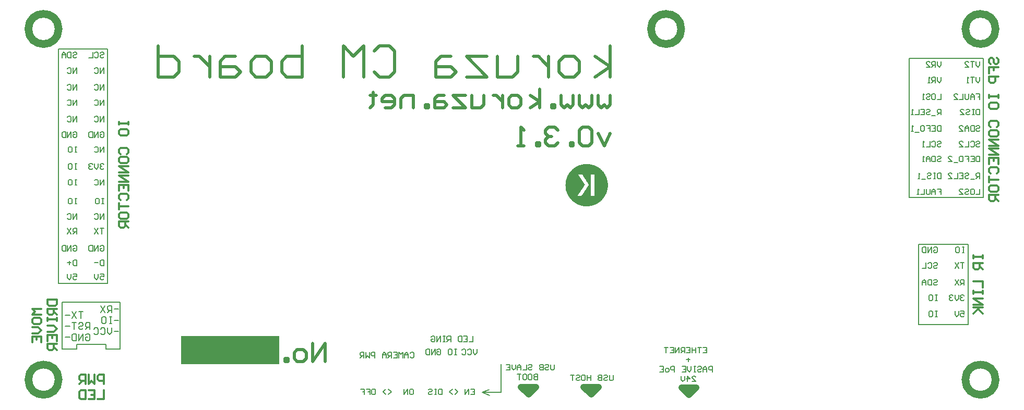
<source format=gbo>
G04 Layer_Color=32896*
%FSAX25Y25*%
%MOIN*%
G70*
G01*
G75*
%ADD48C,0.03937*%
%ADD49C,0.01969*%
%ADD52C,0.01181*%
%ADD105C,0.05118*%
%ADD107C,0.00787*%
%ADD111C,0.00100*%
%ADD160R,0.62750X0.18000*%
D48*
X1007748Y0116295D02*
X1017248D01*
X1012498Y0111545D02*
X1017248Y0116295D01*
X1007748D02*
X1012498Y0111545D01*
X0945248Y0116545D02*
X0949998Y0111795D01*
X0954748Y0116545D01*
X0945248D02*
X0954748D01*
X0905248D02*
X0914748D01*
X0909998Y0111795D02*
X0914748Y0116545D01*
X0905248D02*
X0909998Y0111795D01*
D49*
X0779998Y0132795D02*
Y0144602D01*
X0772126Y0132795D01*
Y0144602D01*
X0766223Y0132795D02*
X0762287D01*
X0760319Y0134763D01*
Y0138699D01*
X0762287Y0140667D01*
X0766223D01*
X0768191Y0138699D01*
Y0134763D01*
X0766223Y0132795D01*
X0756384D02*
Y0134763D01*
X0754416D01*
Y0132795D01*
X0756384D01*
X0962248Y0315045D02*
Y0334724D01*
Y0321605D02*
X0952409Y0328164D01*
X0962248Y0321605D02*
X0952409Y0315045D01*
X0939289D02*
X0932730D01*
X0929450Y0318325D01*
Y0324885D01*
X0932730Y0328164D01*
X0939289D01*
X0942569Y0324885D01*
Y0318325D01*
X0939289Y0315045D01*
X0922891Y0328164D02*
Y0315045D01*
Y0321605D01*
X0919611Y0324885D01*
X0916331Y0328164D01*
X0913051D01*
X0903212D02*
Y0318325D01*
X0899932Y0315045D01*
X0890093D01*
Y0328164D01*
X0883533D02*
X0870414D01*
X0883533Y0315045D01*
X0870414D01*
X0860575Y0328164D02*
X0854015D01*
X0850735Y0324885D01*
Y0315045D01*
X0860575D01*
X0863855Y0318325D01*
X0860575Y0321605D01*
X0850735D01*
X0811378Y0331444D02*
X0814658Y0334724D01*
X0821218D01*
X0824497Y0331444D01*
Y0318325D01*
X0821218Y0315045D01*
X0814658D01*
X0811378Y0318325D01*
X0804819Y0315045D02*
Y0334724D01*
X0798259Y0328164D01*
X0791699Y0334724D01*
Y0315045D01*
X0765461Y0334724D02*
Y0315045D01*
X0755622D01*
X0752342Y0318325D01*
Y0321605D01*
Y0324885D01*
X0755622Y0328164D01*
X0765461D01*
X0742503Y0315045D02*
X0735943D01*
X0732663Y0318325D01*
Y0324885D01*
X0735943Y0328164D01*
X0742503D01*
X0745783Y0324885D01*
Y0318325D01*
X0742503Y0315045D01*
X0722824Y0328164D02*
X0716264D01*
X0712985Y0324885D01*
Y0315045D01*
X0722824D01*
X0726104Y0318325D01*
X0722824Y0321605D01*
X0712985D01*
X0706425Y0328164D02*
Y0315045D01*
Y0321605D01*
X0703145Y0324885D01*
X0699866Y0328164D01*
X0696586D01*
X0673627Y0334724D02*
Y0315045D01*
X0683467D01*
X0686747Y0318325D01*
Y0324885D01*
X0683467Y0328164D01*
X0673627D01*
X0962248Y0303167D02*
Y0297263D01*
X0960280Y0295295D01*
X0958312Y0297263D01*
X0956344Y0295295D01*
X0954377Y0297263D01*
Y0303167D01*
X0950441D02*
Y0297263D01*
X0948473Y0295295D01*
X0946505Y0297263D01*
X0944537Y0295295D01*
X0942569Y0297263D01*
Y0303167D01*
X0938634D02*
Y0297263D01*
X0936666Y0295295D01*
X0934698Y0297263D01*
X0932730Y0295295D01*
X0930762Y0297263D01*
Y0303167D01*
X0926826Y0295295D02*
Y0297263D01*
X0924858D01*
Y0295295D01*
X0926826D01*
X0916987D02*
Y0307102D01*
Y0299231D02*
X0911084Y0303167D01*
X0916987Y0299231D02*
X0911084Y0295295D01*
X0903212D02*
X0899276D01*
X0897308Y0297263D01*
Y0301199D01*
X0899276Y0303167D01*
X0903212D01*
X0905180Y0301199D01*
Y0297263D01*
X0903212Y0295295D01*
X0893373Y0303167D02*
Y0295295D01*
Y0299231D01*
X0891405Y0301199D01*
X0889437Y0303167D01*
X0887469D01*
X0881565D02*
Y0297263D01*
X0879598Y0295295D01*
X0873694D01*
Y0303167D01*
X0869758D02*
X0861887D01*
X0869758Y0295295D01*
X0861887D01*
X0855983Y0303167D02*
X0852048D01*
X0850080Y0301199D01*
Y0295295D01*
X0855983D01*
X0857951Y0297263D01*
X0855983Y0299231D01*
X0850080D01*
X0846144Y0295295D02*
Y0297263D01*
X0844176D01*
Y0295295D01*
X0846144D01*
X0836304D02*
Y0303167D01*
X0830401D01*
X0828433Y0301199D01*
Y0295295D01*
X0818594D02*
X0822529D01*
X0824497Y0297263D01*
Y0301199D01*
X0822529Y0303167D01*
X0818594D01*
X0816626Y0301199D01*
Y0299231D01*
X0824497D01*
X0810722Y0305135D02*
Y0303167D01*
X0812690D01*
X0808754D01*
X0810722D01*
Y0297263D01*
X0808754Y0295295D01*
X0962248Y0278917D02*
X0958312Y0271045D01*
X0954377Y0278917D01*
X0950441Y0280885D02*
X0948473Y0282852D01*
X0944537D01*
X0942569Y0280885D01*
Y0273013D01*
X0944537Y0271045D01*
X0948473D01*
X0950441Y0273013D01*
Y0280885D01*
X0938634Y0271045D02*
Y0273013D01*
X0936666D01*
Y0271045D01*
X0938634D01*
X0928794Y0280885D02*
X0926826Y0282852D01*
X0922891D01*
X0920923Y0280885D01*
Y0278917D01*
X0922891Y0276949D01*
X0924858D01*
X0922891D01*
X0920923Y0274981D01*
Y0273013D01*
X0922891Y0271045D01*
X0926826D01*
X0928794Y0273013D01*
X0916987Y0271045D02*
Y0273013D01*
X0915019D01*
Y0271045D01*
X0916987D01*
X0907148D02*
X0903212D01*
X0905180D01*
Y0282852D01*
X0907148Y0280885D01*
D52*
X0638817Y0118645D02*
Y0124549D01*
X0635865D01*
X0634881Y0123565D01*
Y0121597D01*
X0635865Y0120613D01*
X0638817D01*
X0632913Y0124549D02*
Y0118645D01*
X0630945Y0120613D01*
X0628978Y0118645D01*
Y0124549D01*
X0627010Y0118645D02*
Y0124549D01*
X0624058D01*
X0623074Y0123565D01*
Y0121597D01*
X0624058Y0120613D01*
X0627010D01*
X0625042D02*
X0623074Y0118645D01*
X0638817Y0114630D02*
Y0108726D01*
X0634881D01*
X0628978Y0114630D02*
X0632913D01*
Y0108726D01*
X0628978D01*
X0632913Y0111678D02*
X0630945D01*
X0627010Y0114630D02*
Y0108726D01*
X0624058D01*
X0623074Y0109710D01*
Y0113646D01*
X0624058Y0114630D01*
X0627010D01*
X0598898Y0166710D02*
X0592994D01*
X0594962Y0164743D01*
X0592994Y0162775D01*
X0598898D01*
X0592994Y0157855D02*
Y0159823D01*
X0593978Y0160807D01*
X0597914D01*
X0598898Y0159823D01*
Y0157855D01*
X0597914Y0156871D01*
X0593978D01*
X0592994Y0157855D01*
Y0154903D02*
X0596930D01*
X0598898Y0152936D01*
X0596930Y0150968D01*
X0592994D01*
Y0145064D02*
Y0149000D01*
X0598898D01*
Y0145064D01*
X0595946Y0149000D02*
Y0147032D01*
X0602913Y0172614D02*
X0608817D01*
Y0169662D01*
X0607833Y0168678D01*
X0603897D01*
X0602913Y0169662D01*
Y0172614D01*
X0608817Y0166710D02*
X0602913D01*
Y0163759D01*
X0603897Y0162775D01*
X0605865D01*
X0606849Y0163759D01*
Y0166710D01*
Y0164743D02*
X0608817Y0162775D01*
X0602913Y0160807D02*
Y0158839D01*
Y0159823D01*
X0608817D01*
Y0160807D01*
Y0158839D01*
X0602913Y0155887D02*
X0606849D01*
X0608817Y0153919D01*
X0606849Y0151952D01*
X0602913D01*
Y0146048D02*
Y0149984D01*
X0608817D01*
Y0146048D01*
X0605865Y0149984D02*
Y0148016D01*
X0608817Y0144080D02*
X0602913D01*
Y0141128D01*
X0603897Y0140144D01*
X0605865D01*
X0606849Y0141128D01*
Y0144080D01*
Y0142112D02*
X0608817Y0140144D01*
X0648413Y0286364D02*
Y0284396D01*
Y0285380D01*
X0654317D01*
Y0286364D01*
Y0284396D01*
X0648413Y0278493D02*
Y0280461D01*
X0649397Y0281445D01*
X0653333D01*
X0654317Y0280461D01*
Y0278493D01*
X0653333Y0277509D01*
X0649397D01*
X0648413Y0278493D01*
X0649397Y0265702D02*
X0648413Y0266686D01*
Y0268653D01*
X0649397Y0269637D01*
X0653333D01*
X0654317Y0268653D01*
Y0266686D01*
X0653333Y0265702D01*
X0648413Y0260782D02*
Y0262750D01*
X0649397Y0263734D01*
X0653333D01*
X0654317Y0262750D01*
Y0260782D01*
X0653333Y0259798D01*
X0649397D01*
X0648413Y0260782D01*
X0654317Y0257830D02*
X0648413D01*
X0654317Y0253894D01*
X0648413D01*
X0654317Y0251926D02*
X0648413D01*
X0654317Y0247991D01*
X0648413D01*
Y0242087D02*
Y0246023D01*
X0654317D01*
Y0242087D01*
X0651365Y0246023D02*
Y0244055D01*
X0649397Y0236184D02*
X0648413Y0237168D01*
Y0239135D01*
X0649397Y0240119D01*
X0653333D01*
X0654317Y0239135D01*
Y0237168D01*
X0653333Y0236184D01*
X0648413Y0234216D02*
Y0230280D01*
Y0232248D01*
X0654317D01*
X0648413Y0225360D02*
Y0227328D01*
X0649397Y0228312D01*
X0653333D01*
X0654317Y0227328D01*
Y0225360D01*
X0653333Y0224376D01*
X0649397D01*
X0648413Y0225360D01*
X0654317Y0222409D02*
X0648413D01*
Y0219457D01*
X0649397Y0218473D01*
X0651365D01*
X0652349Y0219457D01*
Y0222409D01*
Y0220441D02*
X0654317Y0218473D01*
X1205147Y0323178D02*
X1204163Y0324162D01*
Y0326130D01*
X1205147Y0327114D01*
X1206131D01*
X1207115Y0326130D01*
Y0324162D01*
X1208099Y0323178D01*
X1209083D01*
X1210067Y0324162D01*
Y0326130D01*
X1209083Y0327114D01*
X1204163Y0317275D02*
Y0321211D01*
X1207115D01*
Y0319243D01*
Y0321211D01*
X1210067D01*
Y0315307D02*
X1204163D01*
Y0312355D01*
X1205147Y0311371D01*
X1207115D01*
X1208099Y0312355D01*
Y0315307D01*
X1204163Y0303500D02*
Y0301532D01*
Y0302516D01*
X1210067D01*
Y0303500D01*
Y0301532D01*
X1204163Y0295628D02*
Y0297596D01*
X1205147Y0298580D01*
X1209083D01*
X1210067Y0297596D01*
Y0295628D01*
X1209083Y0294644D01*
X1205147D01*
X1204163Y0295628D01*
X1205147Y0282837D02*
X1204163Y0283821D01*
Y0285789D01*
X1205147Y0286773D01*
X1209083D01*
X1210067Y0285789D01*
Y0283821D01*
X1209083Y0282837D01*
X1204163Y0277918D02*
Y0279885D01*
X1205147Y0280869D01*
X1209083D01*
X1210067Y0279885D01*
Y0277918D01*
X1209083Y0276934D01*
X1205147D01*
X1204163Y0277918D01*
X1210067Y0274966D02*
X1204163D01*
X1210067Y0271030D01*
X1204163D01*
X1210067Y0269062D02*
X1204163D01*
X1210067Y0265126D01*
X1204163D01*
Y0259223D02*
Y0263158D01*
X1210067D01*
Y0259223D01*
X1207115Y0263158D02*
Y0261191D01*
X1205147Y0253319D02*
X1204163Y0254303D01*
Y0256271D01*
X1205147Y0257255D01*
X1209083D01*
X1210067Y0256271D01*
Y0254303D01*
X1209083Y0253319D01*
X1204163Y0251351D02*
Y0247415D01*
Y0249383D01*
X1210067D01*
X1204163Y0242496D02*
Y0244464D01*
X1205147Y0245448D01*
X1209083D01*
X1210067Y0244464D01*
Y0242496D01*
X1209083Y0241512D01*
X1205147D01*
X1204163Y0242496D01*
X1210067Y0239544D02*
X1204163D01*
Y0236592D01*
X1205147Y0235608D01*
X1207115D01*
X1208099Y0236592D01*
Y0239544D01*
Y0237576D02*
X1210067Y0235608D01*
X1194163Y0200864D02*
Y0198896D01*
Y0199880D01*
X1200067D01*
Y0200864D01*
Y0198896D01*
Y0195944D02*
X1194163D01*
Y0192993D01*
X1195147Y0192009D01*
X1197115D01*
X1198099Y0192993D01*
Y0195944D01*
Y0193977D02*
X1200067Y0192009D01*
X1194163Y0184137D02*
X1200067D01*
Y0180201D01*
X1194163Y0178234D02*
Y0176266D01*
Y0177250D01*
X1200067D01*
Y0178234D01*
Y0176266D01*
Y0173314D02*
X1194163D01*
X1200067Y0169378D01*
X1194163D01*
Y0167410D02*
X1200067D01*
X1198099D01*
X1194163Y0163475D01*
X1197115Y0166427D01*
X1200067Y0163475D01*
D105*
X0609894Y0345705D02*
G03*
X0609894Y0345705I-0009646J0000000D01*
G01*
X1007532Y0345705D02*
G03*
X1007532Y0345705I-0009646J0000000D01*
G01*
X1208319Y0345705D02*
G03*
X1208319Y0345705I-0009646J0000000D01*
G01*
Y0121295D02*
G03*
X1208319Y0121295I-0009646J0000000D01*
G01*
X0609894D02*
G03*
X0609894Y0121295I-0009646J0000000D01*
G01*
D107*
X0612248Y0170795D02*
X0649248D01*
X0612248Y0140795D02*
Y0170795D01*
X0624498Y0143795D02*
X0636998D01*
X0649248Y0140795D02*
Y0170795D01*
X0612248Y0140795D02*
X0621498D01*
X0639998D02*
X0649248D01*
X0621498D02*
Y0143795D01*
X0624498D01*
X0636998D02*
X0639998D01*
Y0140795D02*
Y0143795D01*
X0609748Y0332795D02*
X0641248D01*
Y0183045D02*
Y0332795D01*
X0609748Y0183045D02*
X0641248D01*
X0609748D02*
Y0332795D01*
X0880748Y0113295D02*
X0892498D01*
X0880587Y0113225D02*
X0884748Y0115045D01*
X0880587Y0113225D02*
X0884998Y0111295D01*
X1152998Y0326795D02*
X1200498D01*
Y0237795D02*
Y0326795D01*
X1152998Y0237795D02*
X1200498D01*
X1152998D02*
Y0326795D01*
X1159248Y0208045D02*
X1190748D01*
Y0156545D02*
Y0208045D01*
X1159248Y0156545D02*
X1190748D01*
X1159248D02*
Y0208045D01*
X0892498Y0113295D02*
Y0131295D01*
X0625631Y0164832D02*
X0622745D01*
X0624188D01*
Y0160503D01*
X0621302Y0164832D02*
X0618416Y0160503D01*
Y0164832D02*
X0621302Y0160503D01*
X0616973Y0162667D02*
X0614086D01*
X0629961Y0153418D02*
Y0157747D01*
X0627796D01*
X0627074Y0157025D01*
Y0155582D01*
X0627796Y0154861D01*
X0629961D01*
X0628517D02*
X0627074Y0153418D01*
X0622745Y0157025D02*
X0623467Y0157747D01*
X0624910D01*
X0625631Y0157025D01*
Y0156304D01*
X0624910Y0155582D01*
X0623467D01*
X0622745Y0154861D01*
Y0154139D01*
X0623467Y0153418D01*
X0624910D01*
X0625631Y0154139D01*
X0621302Y0157747D02*
X0618416D01*
X0619859D01*
Y0153418D01*
X0616973Y0155582D02*
X0614086D01*
X0627074Y0149940D02*
X0627796Y0150662D01*
X0629239D01*
X0629961Y0149940D01*
Y0147054D01*
X0629239Y0146333D01*
X0627796D01*
X0627074Y0147054D01*
Y0148497D01*
X0628517D01*
X0625631Y0146333D02*
Y0150662D01*
X0622745Y0146333D01*
Y0150662D01*
X0621302D02*
Y0146333D01*
X0619137D01*
X0618416Y0147054D01*
Y0149940D01*
X0619137Y0150662D01*
X0621302D01*
X0616973Y0148497D02*
X0614086D01*
X0648211Y0166417D02*
X0645324D01*
X0643881Y0164252D02*
Y0168582D01*
X0641717D01*
X0640995Y0167860D01*
Y0166417D01*
X0641717Y0165696D01*
X0643881D01*
X0642438D02*
X0640995Y0164252D01*
X0639552Y0168582D02*
X0636666Y0164252D01*
Y0168582D02*
X0639552Y0164252D01*
X0648211Y0159332D02*
X0645324D01*
X0643881Y0161497D02*
X0642438D01*
X0643160D01*
Y0157168D01*
X0643881D01*
X0642438D01*
X0638109Y0161497D02*
X0639552D01*
X0640274Y0160775D01*
Y0157889D01*
X0639552Y0157168D01*
X0638109D01*
X0637387Y0157889D01*
Y0160775D01*
X0638109Y0161497D01*
X0648211Y0152247D02*
X0645324D01*
X0643881Y0154412D02*
Y0151526D01*
X0642438Y0150083D01*
X0640995Y0151526D01*
Y0154412D01*
X0636666Y0153690D02*
X0637387Y0154412D01*
X0638830D01*
X0639552Y0153690D01*
Y0150804D01*
X0638830Y0150083D01*
X0637387D01*
X0636666Y0150804D01*
X0632337Y0153690D02*
X0633058Y0154412D01*
X0634501D01*
X0635223Y0153690D01*
Y0150804D01*
X0634501Y0150083D01*
X0633058D01*
X0632337Y0150804D01*
X0926461Y0131015D02*
Y0128063D01*
X0925870Y0127473D01*
X0924689D01*
X0924099Y0128063D01*
Y0131015D01*
X0920557Y0130425D02*
X0921147Y0131015D01*
X0922328D01*
X0922918Y0130425D01*
Y0129834D01*
X0922328Y0129244D01*
X0921147D01*
X0920557Y0128654D01*
Y0128063D01*
X0921147Y0127473D01*
X0922328D01*
X0922918Y0128063D01*
X0919376Y0131015D02*
Y0127473D01*
X0917605D01*
X0917015Y0128063D01*
Y0128654D01*
X0917605Y0129244D01*
X0919376D01*
X0917605D01*
X0917015Y0129834D01*
Y0130425D01*
X0917605Y0131015D01*
X0919376D01*
X0909931Y0130425D02*
X0910521Y0131015D01*
X0911702D01*
X0912292Y0130425D01*
Y0129834D01*
X0911702Y0129244D01*
X0910521D01*
X0909931Y0128654D01*
Y0128063D01*
X0910521Y0127473D01*
X0911702D01*
X0912292Y0128063D01*
X0908750Y0131015D02*
Y0127473D01*
X0906388D01*
X0905208D02*
Y0129834D01*
X0904027Y0131015D01*
X0902846Y0129834D01*
Y0127473D01*
Y0129244D01*
X0905208D01*
X0901665Y0131015D02*
Y0128654D01*
X0900485Y0127473D01*
X0899304Y0128654D01*
Y0131015D01*
X0895762D02*
X0898123D01*
Y0127473D01*
X0895762D01*
X0898123Y0129244D02*
X0896943D01*
X0915834Y0124875D02*
Y0121333D01*
X0914063D01*
X0913473Y0121923D01*
Y0122513D01*
X0914063Y0123104D01*
X0915834D01*
X0914063D01*
X0913473Y0123694D01*
Y0124284D01*
X0914063Y0124875D01*
X0915834D01*
X0910521D02*
X0911702D01*
X0912292Y0124284D01*
Y0121923D01*
X0911702Y0121333D01*
X0910521D01*
X0909931Y0121923D01*
Y0124284D01*
X0910521Y0124875D01*
X0906979D02*
X0908159D01*
X0908750Y0124284D01*
Y0121923D01*
X0908159Y0121333D01*
X0906979D01*
X0906388Y0121923D01*
Y0124284D01*
X0906979Y0124875D01*
X0905208D02*
X0902846D01*
X0904027D01*
Y0121333D01*
X1021557Y0142046D02*
X1023918D01*
Y0138504D01*
X1021557D01*
X1023918Y0140275D02*
X1022738D01*
X1020376Y0142046D02*
X1018015D01*
X1019196D01*
Y0138504D01*
X1016834Y0142046D02*
Y0138504D01*
Y0140275D01*
X1014473D01*
Y0142046D01*
Y0138504D01*
X1010931Y0142046D02*
X1013292D01*
Y0138504D01*
X1010931D01*
X1013292Y0140275D02*
X1012111D01*
X1009750Y0138504D02*
Y0142046D01*
X1007979D01*
X1007388Y0141455D01*
Y0140275D01*
X1007979Y0139684D01*
X1009750D01*
X1008569D02*
X1007388Y0138504D01*
X1006208D02*
Y0142046D01*
X1003846Y0138504D01*
Y0142046D01*
X1000304D02*
X1002666D01*
Y0138504D01*
X1000304D01*
X1002666Y0140275D02*
X1001485D01*
X0999123Y0142046D02*
X0996762D01*
X0997943D01*
Y0138504D01*
X1013292Y0134134D02*
X1010931D01*
X1012111Y0135315D02*
Y0132954D01*
X1027461Y0126223D02*
Y0129765D01*
X1025690D01*
X1025099Y0129175D01*
Y0127994D01*
X1025690Y0127404D01*
X1027461D01*
X1023918Y0126223D02*
Y0128584D01*
X1022738Y0129765D01*
X1021557Y0128584D01*
Y0126223D01*
Y0127994D01*
X1023918D01*
X1018015Y0129175D02*
X1018605Y0129765D01*
X1019786D01*
X1020376Y0129175D01*
Y0128584D01*
X1019786Y0127994D01*
X1018605D01*
X1018015Y0127404D01*
Y0126813D01*
X1018605Y0126223D01*
X1019786D01*
X1020376Y0126813D01*
X1016834Y0129765D02*
X1015653D01*
X1016244D01*
Y0126223D01*
X1016834D01*
X1015653D01*
X1013882Y0129765D02*
Y0127404D01*
X1012702Y0126223D01*
X1011521Y0127404D01*
Y0129765D01*
X1007979D02*
X1010340D01*
Y0126223D01*
X1007979D01*
X1010340Y0127994D02*
X1009159D01*
X1003256Y0126223D02*
Y0129765D01*
X1001485D01*
X1000894Y0129175D01*
Y0127994D01*
X1001485Y0127404D01*
X1003256D01*
X0999123Y0126223D02*
X0997943D01*
X0997352Y0126813D01*
Y0127994D01*
X0997943Y0128584D01*
X0999123D01*
X0999714Y0127994D01*
Y0126813D01*
X0999123Y0126223D01*
X0993810Y0129765D02*
X0996171D01*
Y0126223D01*
X0993810D01*
X0996171Y0127994D02*
X0994991D01*
X1014473Y0120083D02*
X1016834D01*
X1014473Y0122444D01*
Y0123034D01*
X1015063Y0123625D01*
X1016244D01*
X1016834Y0123034D01*
X1011521Y0120083D02*
Y0123625D01*
X1013292Y0121854D01*
X1010931D01*
X1009750Y0123625D02*
Y0121263D01*
X1008569Y0120083D01*
X1007388Y0121263D01*
Y0123625D01*
X0636387Y0330247D02*
X0636977Y0330837D01*
X0638158D01*
X0638748Y0330247D01*
Y0329657D01*
X0638158Y0329066D01*
X0636977D01*
X0636387Y0328476D01*
Y0327886D01*
X0636977Y0327295D01*
X0638158D01*
X0638748Y0327886D01*
X0632844Y0330247D02*
X0633435Y0330837D01*
X0634616D01*
X0635206Y0330247D01*
Y0327886D01*
X0634616Y0327295D01*
X0633435D01*
X0632844Y0327886D01*
X0631664Y0330837D02*
Y0327295D01*
X0629302D01*
X0638748Y0317295D02*
Y0320837D01*
X0636387Y0317295D01*
Y0320837D01*
X0632844Y0320247D02*
X0633435Y0320837D01*
X0634616D01*
X0635206Y0320247D01*
Y0317886D01*
X0634616Y0317295D01*
X0633435D01*
X0632844Y0317886D01*
X0638748Y0306545D02*
Y0310087D01*
X0636387Y0306545D01*
Y0310087D01*
X0632844Y0309497D02*
X0633435Y0310087D01*
X0634616D01*
X0635206Y0309497D01*
Y0307136D01*
X0634616Y0306545D01*
X0633435D01*
X0632844Y0307136D01*
X0638748Y0296795D02*
Y0300337D01*
X0636387Y0296795D01*
Y0300337D01*
X0632844Y0299747D02*
X0633435Y0300337D01*
X0634616D01*
X0635206Y0299747D01*
Y0297386D01*
X0634616Y0296795D01*
X0633435D01*
X0632844Y0297386D01*
X0638748Y0286295D02*
Y0289837D01*
X0636387Y0286295D01*
Y0289837D01*
X0632844Y0289247D02*
X0633435Y0289837D01*
X0634616D01*
X0635206Y0289247D01*
Y0286886D01*
X0634616Y0286295D01*
X0633435D01*
X0632844Y0286886D01*
X0636387Y0279247D02*
X0636977Y0279837D01*
X0638158D01*
X0638748Y0279247D01*
Y0276886D01*
X0638158Y0276295D01*
X0636977D01*
X0636387Y0276886D01*
Y0278066D01*
X0637567D01*
X0635206Y0276295D02*
Y0279837D01*
X0632844Y0276295D01*
Y0279837D01*
X0631664D02*
Y0276295D01*
X0629893D01*
X0629302Y0276886D01*
Y0279247D01*
X0629893Y0279837D01*
X0631664D01*
X0638748Y0245795D02*
Y0249337D01*
X0636387Y0245795D01*
Y0249337D01*
X0632844Y0248747D02*
X0633435Y0249337D01*
X0634616D01*
X0635206Y0248747D01*
Y0246386D01*
X0634616Y0245795D01*
X0633435D01*
X0632844Y0246386D01*
X0638748Y0258997D02*
X0638158Y0259587D01*
X0636977D01*
X0636387Y0258997D01*
Y0258407D01*
X0636977Y0257816D01*
X0637567D01*
X0636977D01*
X0636387Y0257226D01*
Y0256636D01*
X0636977Y0256045D01*
X0638158D01*
X0638748Y0256636D01*
X0635206Y0259587D02*
Y0257226D01*
X0634025Y0256045D01*
X0632844Y0257226D01*
Y0259587D01*
X0631664Y0258997D02*
X0631073Y0259587D01*
X0629893D01*
X0629302Y0258997D01*
Y0258407D01*
X0629893Y0257816D01*
X0630483D01*
X0629893D01*
X0629302Y0257226D01*
Y0256636D01*
X0629893Y0256045D01*
X0631073D01*
X0631664Y0256636D01*
X0638748Y0237337D02*
X0637567D01*
X0638158D01*
Y0233795D01*
X0638748D01*
X0637567D01*
X0634025Y0237337D02*
X0635206D01*
X0635796Y0236747D01*
Y0234386D01*
X0635206Y0233795D01*
X0634025D01*
X0633435Y0234386D01*
Y0236747D01*
X0634025Y0237337D01*
X0638748Y0224045D02*
Y0227587D01*
X0636387Y0224045D01*
Y0227587D01*
X0632844Y0226997D02*
X0633435Y0227587D01*
X0634616D01*
X0635206Y0226997D01*
Y0224636D01*
X0634616Y0224045D01*
X0633435D01*
X0632844Y0224636D01*
X0638748Y0218087D02*
X0636387D01*
X0637567D01*
Y0214545D01*
X0635206Y0218087D02*
X0632844Y0214545D01*
Y0218087D02*
X0635206Y0214545D01*
X0636387Y0206497D02*
X0636977Y0207087D01*
X0638158D01*
X0638748Y0206497D01*
Y0204136D01*
X0638158Y0203545D01*
X0636977D01*
X0636387Y0204136D01*
Y0205316D01*
X0637567D01*
X0635206Y0203545D02*
Y0207087D01*
X0632844Y0203545D01*
Y0207087D01*
X0631664D02*
Y0203545D01*
X0629893D01*
X0629302Y0204136D01*
Y0206497D01*
X0629893Y0207087D01*
X0631664D01*
X0638748Y0197837D02*
Y0194295D01*
X0636977D01*
X0636387Y0194886D01*
Y0197247D01*
X0636977Y0197837D01*
X0638748D01*
X0635206Y0196066D02*
X0632844D01*
X0636387Y0188837D02*
X0638748D01*
Y0187066D01*
X0637567Y0187657D01*
X0636977D01*
X0636387Y0187066D01*
Y0185886D01*
X0636977Y0185295D01*
X0638158D01*
X0638748Y0185886D01*
X0635206Y0188837D02*
Y0186476D01*
X0634025Y0185295D01*
X0632844Y0186476D01*
Y0188837D01*
X0638748Y0266795D02*
Y0270337D01*
X0636387Y0266795D01*
Y0270337D01*
X0632844Y0269747D02*
X0633435Y0270337D01*
X0634616D01*
X0635206Y0269747D01*
Y0267386D01*
X0634616Y0266795D01*
X0633435D01*
X0632844Y0267386D01*
X0621498Y0270337D02*
X0620317D01*
X0620908D01*
Y0266795D01*
X0621498D01*
X0620317D01*
X0616775Y0270337D02*
X0617956D01*
X0618546Y0269747D01*
Y0267386D01*
X0617956Y0266795D01*
X0616775D01*
X0616185Y0267386D01*
Y0269747D01*
X0616775Y0270337D01*
X0619137Y0188837D02*
X0621498D01*
Y0187066D01*
X0620317Y0187657D01*
X0619727D01*
X0619137Y0187066D01*
Y0185886D01*
X0619727Y0185295D01*
X0620908D01*
X0621498Y0185886D01*
X0617956Y0188837D02*
Y0186476D01*
X0616775Y0185295D01*
X0615594Y0186476D01*
Y0188837D01*
X0621498Y0197837D02*
Y0194295D01*
X0619727D01*
X0619137Y0194886D01*
Y0197247D01*
X0619727Y0197837D01*
X0621498D01*
X0617956Y0196066D02*
X0615594D01*
X0616775Y0197247D02*
Y0194886D01*
X0619137Y0206497D02*
X0619727Y0207087D01*
X0620908D01*
X0621498Y0206497D01*
Y0204136D01*
X0620908Y0203545D01*
X0619727D01*
X0619137Y0204136D01*
Y0205316D01*
X0620317D01*
X0617956Y0203545D02*
Y0207087D01*
X0615594Y0203545D01*
Y0207087D01*
X0614414D02*
Y0203545D01*
X0612643D01*
X0612052Y0204136D01*
Y0206497D01*
X0612643Y0207087D01*
X0614414D01*
X0621498Y0214545D02*
Y0218087D01*
X0619727D01*
X0619137Y0217497D01*
Y0216316D01*
X0619727Y0215726D01*
X0621498D01*
X0620317D02*
X0619137Y0214545D01*
X0617956Y0218087D02*
X0615594Y0214545D01*
Y0218087D02*
X0617956Y0214545D01*
X0621498Y0224045D02*
Y0227587D01*
X0619137Y0224045D01*
Y0227587D01*
X0615594Y0226997D02*
X0616185Y0227587D01*
X0617366D01*
X0617956Y0226997D01*
Y0224636D01*
X0617366Y0224045D01*
X0616185D01*
X0615594Y0224636D01*
X0621498Y0237337D02*
X0620317D01*
X0620908D01*
Y0233795D01*
X0621498D01*
X0620317D01*
X0616775Y0237337D02*
X0617956D01*
X0618546Y0236747D01*
Y0234386D01*
X0617956Y0233795D01*
X0616775D01*
X0616185Y0234386D01*
Y0236747D01*
X0616775Y0237337D01*
X0621498Y0259587D02*
X0620317D01*
X0620908D01*
Y0256045D01*
X0621498D01*
X0620317D01*
X0616775Y0259587D02*
X0617956D01*
X0618546Y0258997D01*
Y0256636D01*
X0617956Y0256045D01*
X0616775D01*
X0616185Y0256636D01*
Y0258997D01*
X0616775Y0259587D01*
X0621498Y0249337D02*
X0620317D01*
X0620908D01*
Y0245795D01*
X0621498D01*
X0620317D01*
X0616775Y0249337D02*
X0617956D01*
X0618546Y0248747D01*
Y0246386D01*
X0617956Y0245795D01*
X0616775D01*
X0616185Y0246386D01*
Y0248747D01*
X0616775Y0249337D01*
X0619137Y0279247D02*
X0619727Y0279837D01*
X0620908D01*
X0621498Y0279247D01*
Y0276886D01*
X0620908Y0276295D01*
X0619727D01*
X0619137Y0276886D01*
Y0278066D01*
X0620317D01*
X0617956Y0276295D02*
Y0279837D01*
X0615594Y0276295D01*
Y0279837D01*
X0614414D02*
Y0276295D01*
X0612643D01*
X0612052Y0276886D01*
Y0279247D01*
X0612643Y0279837D01*
X0614414D01*
X0621498Y0286295D02*
Y0289837D01*
X0619137Y0286295D01*
Y0289837D01*
X0615594Y0289247D02*
X0616185Y0289837D01*
X0617366D01*
X0617956Y0289247D01*
Y0286886D01*
X0617366Y0286295D01*
X0616185D01*
X0615594Y0286886D01*
X0621498Y0296795D02*
Y0300337D01*
X0619137Y0296795D01*
Y0300337D01*
X0615594Y0299747D02*
X0616185Y0300337D01*
X0617366D01*
X0617956Y0299747D01*
Y0297386D01*
X0617366Y0296795D01*
X0616185D01*
X0615594Y0297386D01*
X0621498Y0306545D02*
Y0310087D01*
X0619137Y0306545D01*
Y0310087D01*
X0615594Y0309497D02*
X0616185Y0310087D01*
X0617366D01*
X0617956Y0309497D01*
Y0307136D01*
X0617366Y0306545D01*
X0616185D01*
X0615594Y0307136D01*
X0621498Y0317295D02*
Y0320837D01*
X0619137Y0317295D01*
Y0320837D01*
X0615594Y0320247D02*
X0616185Y0320837D01*
X0617366D01*
X0617956Y0320247D01*
Y0317886D01*
X0617366Y0317295D01*
X0616185D01*
X0615594Y0317886D01*
X0619137Y0330247D02*
X0619727Y0330837D01*
X0620908D01*
X0621498Y0330247D01*
Y0329657D01*
X0620908Y0329066D01*
X0619727D01*
X0619137Y0328476D01*
Y0327886D01*
X0619727Y0327295D01*
X0620908D01*
X0621498Y0327886D01*
X0617956Y0330837D02*
Y0327295D01*
X0616185D01*
X0615594Y0327886D01*
Y0330247D01*
X0616185Y0330837D01*
X0617956D01*
X0614414Y0327295D02*
Y0329657D01*
X0613233Y0330837D01*
X0612052Y0329657D01*
Y0327295D01*
Y0329066D01*
X0614414D01*
X0834387Y0138247D02*
X0834977Y0138837D01*
X0836158D01*
X0836748Y0138247D01*
Y0135886D01*
X0836158Y0135295D01*
X0834977D01*
X0834387Y0135886D01*
X0833206Y0135295D02*
Y0137657D01*
X0832025Y0138837D01*
X0830844Y0137657D01*
Y0135295D01*
Y0137066D01*
X0833206D01*
X0829664Y0135295D02*
Y0138837D01*
X0828483Y0137657D01*
X0827302Y0138837D01*
Y0135295D01*
X0823760Y0138837D02*
X0826122D01*
Y0135295D01*
X0823760D01*
X0826122Y0137066D02*
X0824941D01*
X0822579Y0135295D02*
Y0138837D01*
X0820808D01*
X0820218Y0138247D01*
Y0137066D01*
X0820808Y0136476D01*
X0822579D01*
X0821399D02*
X0820218Y0135295D01*
X0819037D02*
Y0137657D01*
X0817857Y0138837D01*
X0816676Y0137657D01*
Y0135295D01*
Y0137066D01*
X0819037D01*
X0811953Y0135295D02*
Y0138837D01*
X0810182D01*
X0809591Y0138247D01*
Y0137066D01*
X0810182Y0136476D01*
X0811953D01*
X0808411Y0138837D02*
Y0135295D01*
X0807230Y0136476D01*
X0806049Y0135295D01*
Y0138837D01*
X0804869Y0135295D02*
Y0138837D01*
X0803098D01*
X0802507Y0138247D01*
Y0137066D01*
X0803098Y0136476D01*
X0804869D01*
X0803688D02*
X0802507Y0135295D01*
X0834727Y0115337D02*
X0835908D01*
X0836498Y0114747D01*
Y0112386D01*
X0835908Y0111795D01*
X0834727D01*
X0834137Y0112386D01*
Y0114747D01*
X0834727Y0115337D01*
X0832956Y0111795D02*
Y0115337D01*
X0830594Y0111795D01*
Y0115337D01*
X0820558Y0111795D02*
X0822329Y0113566D01*
X0820558Y0115337D01*
X0818787Y0111795D02*
X0817016Y0113566D01*
X0818787Y0115337D01*
X0810522D02*
X0811703D01*
X0812293Y0114747D01*
Y0112386D01*
X0811703Y0111795D01*
X0810522D01*
X0809932Y0112386D01*
Y0114747D01*
X0810522Y0115337D01*
X0806390D02*
X0808751D01*
Y0113566D01*
X0807570D01*
X0808751D01*
Y0111795D01*
X0802847Y0115337D02*
X0805209D01*
Y0113566D01*
X0804028D01*
X0805209D01*
Y0111795D01*
X0873137Y0115337D02*
X0875498D01*
Y0111795D01*
X0873137D01*
X0875498Y0113566D02*
X0874317D01*
X0871956Y0111795D02*
Y0115337D01*
X0869594Y0111795D01*
Y0115337D01*
X0863100Y0111795D02*
X0864872Y0113566D01*
X0863100Y0115337D01*
X0861329Y0111795D02*
X0859558Y0113566D01*
X0861329Y0115337D01*
X0854835D02*
Y0111795D01*
X0853064D01*
X0852474Y0112386D01*
Y0114747D01*
X0853064Y0115337D01*
X0854835D01*
X0851293D02*
X0850113D01*
X0850703D01*
Y0111795D01*
X0851293D01*
X0850113D01*
X0845980Y0114747D02*
X0846570Y0115337D01*
X0847751D01*
X0848341Y0114747D01*
Y0114157D01*
X0847751Y0113566D01*
X0846570D01*
X0845980Y0112976D01*
Y0112386D01*
X0846570Y0111795D01*
X0847751D01*
X0848341Y0112386D01*
X0874498Y0149087D02*
Y0145545D01*
X0872137D01*
X0868594Y0149087D02*
X0870956D01*
Y0145545D01*
X0868594D01*
X0870956Y0147316D02*
X0869775D01*
X0867414Y0149087D02*
Y0145545D01*
X0865643D01*
X0865052Y0146136D01*
Y0148497D01*
X0865643Y0149087D01*
X0867414D01*
X0860329Y0145545D02*
Y0149087D01*
X0858558D01*
X0857968Y0148497D01*
Y0147316D01*
X0858558Y0146726D01*
X0860329D01*
X0859149D02*
X0857968Y0145545D01*
X0856787Y0149087D02*
X0855606D01*
X0856197D01*
Y0145545D01*
X0856787D01*
X0855606D01*
X0853835D02*
Y0149087D01*
X0851474Y0145545D01*
Y0149087D01*
X0847932Y0148497D02*
X0848522Y0149087D01*
X0849703D01*
X0850293Y0148497D01*
Y0146136D01*
X0849703Y0145545D01*
X0848522D01*
X0847932Y0146136D01*
Y0147316D01*
X0849113D01*
X0863998Y0140837D02*
X0862817D01*
X0863408D01*
Y0137295D01*
X0863998D01*
X0862817D01*
X0859275Y0140837D02*
X0860456D01*
X0861046Y0140247D01*
Y0137886D01*
X0860456Y0137295D01*
X0859275D01*
X0858685Y0137886D01*
Y0140247D01*
X0859275Y0140837D01*
X0851600Y0140247D02*
X0852191Y0140837D01*
X0853372D01*
X0853962Y0140247D01*
Y0137886D01*
X0853372Y0137295D01*
X0852191D01*
X0851600Y0137886D01*
Y0139066D01*
X0852781D01*
X0850420Y0137295D02*
Y0140837D01*
X0848058Y0137295D01*
Y0140837D01*
X0846878D02*
Y0137295D01*
X0845107D01*
X0844516Y0137886D01*
Y0140247D01*
X0845107Y0140837D01*
X0846878D01*
X0876998D02*
Y0138476D01*
X0875817Y0137295D01*
X0874637Y0138476D01*
Y0140837D01*
X0871094Y0140247D02*
X0871685Y0140837D01*
X0872865D01*
X0873456Y0140247D01*
Y0137886D01*
X0872865Y0137295D01*
X0871685D01*
X0871094Y0137886D01*
X0867552Y0140247D02*
X0868143Y0140837D01*
X0869323D01*
X0869914Y0140247D01*
Y0137886D01*
X0869323Y0137295D01*
X0868143D01*
X0867552Y0137886D01*
X0963998Y0124337D02*
Y0121386D01*
X0963408Y0120795D01*
X0962227D01*
X0961637Y0121386D01*
Y0124337D01*
X0958094Y0123747D02*
X0958685Y0124337D01*
X0959865D01*
X0960456Y0123747D01*
Y0123157D01*
X0959865Y0122566D01*
X0958685D01*
X0958094Y0121976D01*
Y0121386D01*
X0958685Y0120795D01*
X0959865D01*
X0960456Y0121386D01*
X0956914Y0124337D02*
Y0120795D01*
X0955143D01*
X0954552Y0121386D01*
Y0121976D01*
X0955143Y0122566D01*
X0956914D01*
X0955143D01*
X0954552Y0123157D01*
Y0123747D01*
X0955143Y0124337D01*
X0956914D01*
X0949829D02*
Y0120795D01*
Y0122566D01*
X0947468D01*
Y0124337D01*
Y0120795D01*
X0944516Y0124337D02*
X0945697D01*
X0946287Y0123747D01*
Y0121386D01*
X0945697Y0120795D01*
X0944516D01*
X0943926Y0121386D01*
Y0123747D01*
X0944516Y0124337D01*
X0940384Y0123747D02*
X0940974Y0124337D01*
X0942155D01*
X0942745Y0123747D01*
Y0123157D01*
X0942155Y0122566D01*
X0940974D01*
X0940384Y0121976D01*
Y0121386D01*
X0940974Y0120795D01*
X0942155D01*
X0942745Y0121386D01*
X0939203Y0124337D02*
X0936841D01*
X0938022D01*
Y0120795D01*
X1173498Y0324837D02*
Y0322476D01*
X1172317Y0321295D01*
X1171137Y0322476D01*
Y0324837D01*
X1169956Y0321295D02*
Y0324837D01*
X1168185D01*
X1167594Y0324247D01*
Y0323066D01*
X1168185Y0322476D01*
X1169956D01*
X1168775D02*
X1167594Y0321295D01*
X1164052D02*
X1166414D01*
X1164052Y0323657D01*
Y0324247D01*
X1164643Y0324837D01*
X1165823D01*
X1166414Y0324247D01*
X1173498Y0314837D02*
Y0312476D01*
X1172317Y0311295D01*
X1171137Y0312476D01*
Y0314837D01*
X1169956Y0311295D02*
Y0314837D01*
X1168185D01*
X1167594Y0314247D01*
Y0313066D01*
X1168185Y0312476D01*
X1169956D01*
X1168775D02*
X1167594Y0311295D01*
X1166414D02*
X1165233D01*
X1165823D01*
Y0314837D01*
X1166414Y0314247D01*
X1173498Y0304087D02*
Y0300545D01*
X1171137D01*
X1168185Y0304087D02*
X1169366D01*
X1169956Y0303497D01*
Y0301136D01*
X1169366Y0300545D01*
X1168185D01*
X1167594Y0301136D01*
Y0303497D01*
X1168185Y0304087D01*
X1164052Y0303497D02*
X1164643Y0304087D01*
X1165823D01*
X1166414Y0303497D01*
Y0302907D01*
X1165823Y0302316D01*
X1164643D01*
X1164052Y0301726D01*
Y0301136D01*
X1164643Y0300545D01*
X1165823D01*
X1166414Y0301136D01*
X1162871Y0300545D02*
X1161691D01*
X1162281D01*
Y0304087D01*
X1162871Y0303497D01*
X1173498Y0290795D02*
Y0294337D01*
X1171727D01*
X1171137Y0293747D01*
Y0292566D01*
X1171727Y0291976D01*
X1173498D01*
X1172317D02*
X1171137Y0290795D01*
X1169956Y0290205D02*
X1167594D01*
X1164052Y0293747D02*
X1164643Y0294337D01*
X1165823D01*
X1166414Y0293747D01*
Y0293157D01*
X1165823Y0292566D01*
X1164643D01*
X1164052Y0291976D01*
Y0291386D01*
X1164643Y0290795D01*
X1165823D01*
X1166414Y0291386D01*
X1160510Y0294337D02*
X1162871D01*
Y0290795D01*
X1160510D01*
X1162871Y0292566D02*
X1161691D01*
X1159329Y0294337D02*
Y0290795D01*
X1156968D01*
X1155787D02*
X1154607D01*
X1155197D01*
Y0294337D01*
X1155787Y0293747D01*
X1173498Y0283837D02*
Y0280295D01*
X1171727D01*
X1171137Y0280886D01*
Y0283247D01*
X1171727Y0283837D01*
X1173498D01*
X1167594D02*
X1169956D01*
Y0280295D01*
X1167594D01*
X1169956Y0282066D02*
X1168775D01*
X1164052Y0283837D02*
X1166414D01*
Y0282066D01*
X1165233D01*
X1166414D01*
Y0280295D01*
X1162871Y0283247D02*
X1162281Y0283837D01*
X1161100D01*
X1160510Y0283247D01*
Y0280886D01*
X1161100Y0280295D01*
X1162281D01*
X1162871Y0280886D01*
Y0283247D01*
X1159329Y0279705D02*
X1156968D01*
X1155787Y0280295D02*
X1154607D01*
X1155197D01*
Y0283837D01*
X1155787Y0283247D01*
X1171137Y0273247D02*
X1171727Y0273837D01*
X1172908D01*
X1173498Y0273247D01*
Y0272657D01*
X1172908Y0272066D01*
X1171727D01*
X1171137Y0271476D01*
Y0270886D01*
X1171727Y0270295D01*
X1172908D01*
X1173498Y0270886D01*
X1167594Y0273247D02*
X1168185Y0273837D01*
X1169366D01*
X1169956Y0273247D01*
Y0270886D01*
X1169366Y0270295D01*
X1168185D01*
X1167594Y0270886D01*
X1166414Y0273837D02*
Y0270295D01*
X1164052D01*
X1162871D02*
X1161691D01*
X1162281D01*
Y0273837D01*
X1162871Y0273247D01*
X1171137Y0243337D02*
X1173498D01*
Y0241566D01*
X1172317D01*
X1173498D01*
Y0239795D01*
X1169956D02*
Y0242157D01*
X1168775Y0243337D01*
X1167594Y0242157D01*
Y0239795D01*
Y0241566D01*
X1169956D01*
X1166414Y0243337D02*
Y0240386D01*
X1165823Y0239795D01*
X1164643D01*
X1164052Y0240386D01*
Y0243337D01*
X1162871D02*
Y0239795D01*
X1160510D01*
X1159329D02*
X1158149D01*
X1158739D01*
Y0243337D01*
X1159329Y0242747D01*
X1173498Y0253587D02*
Y0250045D01*
X1171727D01*
X1171137Y0250636D01*
Y0252997D01*
X1171727Y0253587D01*
X1173498D01*
X1169956D02*
X1168775D01*
X1169366D01*
Y0250045D01*
X1169956D01*
X1168775D01*
X1164643Y0252997D02*
X1165233Y0253587D01*
X1166414D01*
X1167004Y0252997D01*
Y0252407D01*
X1166414Y0251816D01*
X1165233D01*
X1164643Y0251226D01*
Y0250636D01*
X1165233Y0250045D01*
X1166414D01*
X1167004Y0250636D01*
X1163462Y0249455D02*
X1161100D01*
X1159920Y0250045D02*
X1158739D01*
X1159329D01*
Y0253587D01*
X1159920Y0252997D01*
X1171137Y0263747D02*
X1171727Y0264337D01*
X1172908D01*
X1173498Y0263747D01*
Y0263157D01*
X1172908Y0262566D01*
X1171727D01*
X1171137Y0261976D01*
Y0261386D01*
X1171727Y0260795D01*
X1172908D01*
X1173498Y0261386D01*
X1169956Y0264337D02*
Y0260795D01*
X1168185D01*
X1167594Y0261386D01*
Y0263747D01*
X1168185Y0264337D01*
X1169956D01*
X1166414Y0260795D02*
Y0263157D01*
X1165233Y0264337D01*
X1164052Y0263157D01*
Y0260795D01*
Y0262566D01*
X1166414D01*
X1162871Y0260795D02*
X1161691D01*
X1162281D01*
Y0264337D01*
X1162871Y0263747D01*
X1198248Y0264337D02*
Y0260795D01*
X1196477D01*
X1195887Y0261386D01*
Y0263747D01*
X1196477Y0264337D01*
X1198248D01*
X1192344D02*
X1194706D01*
Y0260795D01*
X1192344D01*
X1194706Y0262566D02*
X1193525D01*
X1188802Y0264337D02*
X1191164D01*
Y0262566D01*
X1189983D01*
X1191164D01*
Y0260795D01*
X1187621Y0263747D02*
X1187031Y0264337D01*
X1185850D01*
X1185260Y0263747D01*
Y0261386D01*
X1185850Y0260795D01*
X1187031D01*
X1187621Y0261386D01*
Y0263747D01*
X1184079Y0260205D02*
X1181718D01*
X1178176Y0260795D02*
X1180537D01*
X1178176Y0263157D01*
Y0263747D01*
X1178766Y0264337D01*
X1179947D01*
X1180537Y0263747D01*
X1198248Y0250045D02*
Y0253587D01*
X1196477D01*
X1195887Y0252997D01*
Y0251816D01*
X1196477Y0251226D01*
X1198248D01*
X1197067D02*
X1195887Y0250045D01*
X1194706Y0249455D02*
X1192344D01*
X1188802Y0252997D02*
X1189393Y0253587D01*
X1190573D01*
X1191164Y0252997D01*
Y0252407D01*
X1190573Y0251816D01*
X1189393D01*
X1188802Y0251226D01*
Y0250636D01*
X1189393Y0250045D01*
X1190573D01*
X1191164Y0250636D01*
X1185260Y0253587D02*
X1187621D01*
Y0250045D01*
X1185260D01*
X1187621Y0251816D02*
X1186441D01*
X1184079Y0253587D02*
Y0250045D01*
X1181718D01*
X1178176D02*
X1180537D01*
X1178176Y0252407D01*
Y0252997D01*
X1178766Y0253587D01*
X1179947D01*
X1180537Y0252997D01*
X1198248Y0243337D02*
Y0239795D01*
X1195887D01*
X1192935Y0243337D02*
X1194116D01*
X1194706Y0242747D01*
Y0240386D01*
X1194116Y0239795D01*
X1192935D01*
X1192344Y0240386D01*
Y0242747D01*
X1192935Y0243337D01*
X1188802Y0242747D02*
X1189393Y0243337D01*
X1190573D01*
X1191164Y0242747D01*
Y0242157D01*
X1190573Y0241566D01*
X1189393D01*
X1188802Y0240976D01*
Y0240386D01*
X1189393Y0239795D01*
X1190573D01*
X1191164Y0240386D01*
X1185260Y0239795D02*
X1187621D01*
X1185260Y0242157D01*
Y0242747D01*
X1185850Y0243337D01*
X1187031D01*
X1187621Y0242747D01*
X1195887Y0273247D02*
X1196477Y0273837D01*
X1197658D01*
X1198248Y0273247D01*
Y0272657D01*
X1197658Y0272066D01*
X1196477D01*
X1195887Y0271476D01*
Y0270886D01*
X1196477Y0270295D01*
X1197658D01*
X1198248Y0270886D01*
X1192344Y0273247D02*
X1192935Y0273837D01*
X1194116D01*
X1194706Y0273247D01*
Y0270886D01*
X1194116Y0270295D01*
X1192935D01*
X1192344Y0270886D01*
X1191164Y0273837D02*
Y0270295D01*
X1188802D01*
X1185260D02*
X1187621D01*
X1185260Y0272657D01*
Y0273247D01*
X1185850Y0273837D01*
X1187031D01*
X1187621Y0273247D01*
X1195887Y0283247D02*
X1196477Y0283837D01*
X1197658D01*
X1198248Y0283247D01*
Y0282657D01*
X1197658Y0282066D01*
X1196477D01*
X1195887Y0281476D01*
Y0280886D01*
X1196477Y0280295D01*
X1197658D01*
X1198248Y0280886D01*
X1194706Y0283837D02*
Y0280295D01*
X1192935D01*
X1192344Y0280886D01*
Y0283247D01*
X1192935Y0283837D01*
X1194706D01*
X1191164Y0280295D02*
Y0282657D01*
X1189983Y0283837D01*
X1188802Y0282657D01*
Y0280295D01*
Y0282066D01*
X1191164D01*
X1185260Y0280295D02*
X1187621D01*
X1185260Y0282657D01*
Y0283247D01*
X1185850Y0283837D01*
X1187031D01*
X1187621Y0283247D01*
X1198248Y0294337D02*
Y0290795D01*
X1196477D01*
X1195887Y0291386D01*
Y0293747D01*
X1196477Y0294337D01*
X1198248D01*
X1194706D02*
X1193525D01*
X1194116D01*
Y0290795D01*
X1194706D01*
X1193525D01*
X1189393Y0293747D02*
X1189983Y0294337D01*
X1191164D01*
X1191754Y0293747D01*
Y0293157D01*
X1191164Y0292566D01*
X1189983D01*
X1189393Y0291976D01*
Y0291386D01*
X1189983Y0290795D01*
X1191164D01*
X1191754Y0291386D01*
X1185850Y0290795D02*
X1188212D01*
X1185850Y0293157D01*
Y0293747D01*
X1186441Y0294337D01*
X1187621D01*
X1188212Y0293747D01*
X1195887Y0304087D02*
X1198248D01*
Y0302316D01*
X1197067D01*
X1198248D01*
Y0300545D01*
X1194706D02*
Y0302907D01*
X1193525Y0304087D01*
X1192344Y0302907D01*
Y0300545D01*
Y0302316D01*
X1194706D01*
X1191164Y0304087D02*
Y0301136D01*
X1190573Y0300545D01*
X1189393D01*
X1188802Y0301136D01*
Y0304087D01*
X1187621D02*
Y0300545D01*
X1185260D01*
X1181718D02*
X1184079D01*
X1181718Y0302907D01*
Y0303497D01*
X1182308Y0304087D01*
X1183489D01*
X1184079Y0303497D01*
X1198248Y0314837D02*
Y0312476D01*
X1197067Y0311295D01*
X1195887Y0312476D01*
Y0314837D01*
X1194706D02*
X1192344D01*
X1193525D01*
Y0311295D01*
X1191164D02*
X1189983D01*
X1190573D01*
Y0314837D01*
X1191164Y0314247D01*
X1198248Y0324837D02*
Y0322476D01*
X1197067Y0321295D01*
X1195887Y0322476D01*
Y0324837D01*
X1194706D02*
X1192344D01*
X1193525D01*
Y0321295D01*
X1188802D02*
X1191164D01*
X1188802Y0323657D01*
Y0324247D01*
X1189393Y0324837D01*
X1190573D01*
X1191164Y0324247D01*
X1188248Y0206087D02*
X1187067D01*
X1187658D01*
Y0202545D01*
X1188248D01*
X1187067D01*
X1183525Y0206087D02*
X1184706D01*
X1185296Y0205497D01*
Y0203136D01*
X1184706Y0202545D01*
X1183525D01*
X1182935Y0203136D01*
Y0205497D01*
X1183525Y0206087D01*
X1188248Y0196087D02*
X1185887D01*
X1187067D01*
Y0192545D01*
X1184706Y0196087D02*
X1182344Y0192545D01*
Y0196087D02*
X1184706Y0192545D01*
X1188248Y0181795D02*
Y0185337D01*
X1186477D01*
X1185887Y0184747D01*
Y0183566D01*
X1186477Y0182976D01*
X1188248D01*
X1187067D02*
X1185887Y0181795D01*
X1184706Y0185337D02*
X1182344Y0181795D01*
Y0185337D02*
X1184706Y0181795D01*
X1188248Y0174997D02*
X1187658Y0175587D01*
X1186477D01*
X1185887Y0174997D01*
Y0174407D01*
X1186477Y0173816D01*
X1187067D01*
X1186477D01*
X1185887Y0173226D01*
Y0172636D01*
X1186477Y0172045D01*
X1187658D01*
X1188248Y0172636D01*
X1184706Y0175587D02*
Y0173226D01*
X1183525Y0172045D01*
X1182344Y0173226D01*
Y0175587D01*
X1181164Y0174997D02*
X1180573Y0175587D01*
X1179393D01*
X1178802Y0174997D01*
Y0174407D01*
X1179393Y0173816D01*
X1179983D01*
X1179393D01*
X1178802Y0173226D01*
Y0172636D01*
X1179393Y0172045D01*
X1180573D01*
X1181164Y0172636D01*
X1185887Y0165087D02*
X1188248D01*
Y0163316D01*
X1187067Y0163907D01*
X1186477D01*
X1185887Y0163316D01*
Y0162136D01*
X1186477Y0161545D01*
X1187658D01*
X1188248Y0162136D01*
X1184706Y0165087D02*
Y0162726D01*
X1183525Y0161545D01*
X1182344Y0162726D01*
Y0165087D01*
X1170998D02*
X1169817D01*
X1170408D01*
Y0161545D01*
X1170998D01*
X1169817D01*
X1166275Y0165087D02*
X1167456D01*
X1168046Y0164497D01*
Y0162136D01*
X1167456Y0161545D01*
X1166275D01*
X1165685Y0162136D01*
Y0164497D01*
X1166275Y0165087D01*
X1170998Y0175587D02*
X1169817D01*
X1170408D01*
Y0172045D01*
X1170998D01*
X1169817D01*
X1166275Y0175587D02*
X1167456D01*
X1168046Y0174997D01*
Y0172636D01*
X1167456Y0172045D01*
X1166275D01*
X1165685Y0172636D01*
Y0174997D01*
X1166275Y0175587D01*
X1168637Y0184747D02*
X1169227Y0185337D01*
X1170408D01*
X1170998Y0184747D01*
Y0184157D01*
X1170408Y0183566D01*
X1169227D01*
X1168637Y0182976D01*
Y0182386D01*
X1169227Y0181795D01*
X1170408D01*
X1170998Y0182386D01*
X1167456Y0185337D02*
Y0181795D01*
X1165685D01*
X1165094Y0182386D01*
Y0184747D01*
X1165685Y0185337D01*
X1167456D01*
X1163914Y0181795D02*
Y0184157D01*
X1162733Y0185337D01*
X1161552Y0184157D01*
Y0181795D01*
Y0183566D01*
X1163914D01*
X1168637Y0195497D02*
X1169227Y0196087D01*
X1170408D01*
X1170998Y0195497D01*
Y0194907D01*
X1170408Y0194316D01*
X1169227D01*
X1168637Y0193726D01*
Y0193136D01*
X1169227Y0192545D01*
X1170408D01*
X1170998Y0193136D01*
X1165094Y0195497D02*
X1165685Y0196087D01*
X1166866D01*
X1167456Y0195497D01*
Y0193136D01*
X1166866Y0192545D01*
X1165685D01*
X1165094Y0193136D01*
X1163914Y0196087D02*
Y0192545D01*
X1161552D01*
X1168637Y0205497D02*
X1169227Y0206087D01*
X1170408D01*
X1170998Y0205497D01*
Y0203136D01*
X1170408Y0202545D01*
X1169227D01*
X1168637Y0203136D01*
Y0204316D01*
X1169817D01*
X1167456Y0202545D02*
Y0206087D01*
X1165094Y0202545D01*
Y0206087D01*
X1163914D02*
Y0202545D01*
X1162143D01*
X1161552Y0203136D01*
Y0205497D01*
X1162143Y0206087D01*
X1163914D01*
D111*
X0952148Y0243895D02*
X0960148D01*
X0952248Y0251895D02*
X0958948D01*
X0952248Y0251995D02*
X0958948D01*
X0952148Y0252095D02*
X0958848D01*
X0952248Y0252195D02*
X0958748D01*
X0952148Y0252295D02*
X0958748D01*
X0952248Y0252395D02*
X0958648D01*
X0952248Y0252495D02*
X0958648D01*
X0952148Y0252595D02*
X0958648D01*
X0952148Y0252695D02*
X0958548D01*
X0951848Y0252795D02*
X0958448D01*
X0935648Y0252895D02*
X0958348D01*
X0935648Y0252995D02*
X0958348D01*
X0952248Y0243995D02*
X0960248D01*
X0952248Y0244095D02*
X0960248D01*
X0952148Y0244195D02*
X0960248D01*
X0952248Y0244295D02*
X0960248D01*
X0952148Y0244395D02*
X0960248D01*
X0952248Y0244495D02*
X0960348D01*
X0952248Y0244595D02*
X0960248D01*
X0952248Y0244695D02*
X0960248D01*
X0952148Y0244795D02*
X0960348D01*
X0952248Y0244895D02*
X0960348D01*
X0952248Y0244995D02*
X0960248D01*
X0952248Y0245095D02*
X0960348D01*
X0952148Y0245195D02*
X0960348D01*
X0952248Y0245295D02*
X0960348D01*
X0952248Y0245395D02*
X0960348D01*
X0952148Y0245495D02*
X0960348D01*
X0952248Y0245595D02*
X0960348D01*
X0952248Y0245695D02*
X0960348D01*
X0952148Y0245795D02*
X0960348D01*
X0952248Y0245895D02*
X0960348D01*
X0952148Y0245995D02*
X0960348D01*
X0952248Y0246095D02*
X0960348D01*
X0952248Y0246195D02*
X0960348D01*
X0952248Y0246295D02*
X0960348D01*
X0952148Y0246395D02*
X0960348D01*
X0952248Y0246495D02*
X0960348D01*
X0952248Y0246595D02*
X0960348D01*
X0952248Y0246695D02*
X0960348D01*
X0952148Y0246795D02*
X0960348D01*
X0952248Y0246895D02*
X0960248D01*
X0952248Y0246995D02*
X0960348D01*
X0952148Y0247095D02*
X0960248D01*
X0952248Y0247195D02*
X0960348D01*
X0952248Y0247295D02*
X0960248D01*
X0952148Y0247395D02*
X0960248D01*
X0952248Y0247495D02*
X0960248D01*
X0952148Y0247595D02*
X0960248D01*
X0952248Y0247695D02*
X0960248D01*
X0952248Y0247795D02*
X0960248D01*
X0952248Y0247895D02*
X0960148D01*
X0952148Y0247995D02*
X0960248D01*
X0952248Y0248095D02*
X0960148D01*
X0952248Y0248195D02*
X0960148D01*
X0952248Y0248295D02*
X0960148D01*
X0952148Y0248395D02*
X0960148D01*
X0952248Y0248495D02*
X0960148D01*
X0952248Y0248595D02*
X0960048D01*
X0952148Y0248695D02*
X0960148D01*
X0952248Y0248795D02*
X0960048D01*
X0952248Y0248895D02*
X0960048D01*
X0952148Y0248995D02*
X0959948D01*
X0952248Y0249095D02*
X0959948D01*
X0952148Y0249195D02*
X0959948D01*
X0952248Y0249295D02*
X0959948D01*
X0952248Y0249395D02*
X0959848D01*
X0952248Y0249495D02*
X0959848D01*
X0952148Y0249595D02*
X0959848D01*
X0952248Y0249695D02*
X0959748D01*
X0952248Y0249795D02*
X0959848D01*
X0952248Y0249895D02*
X0959748D01*
X0952148Y0249995D02*
X0959648D01*
X0952248Y0250095D02*
X0959748D01*
X0952248Y0250195D02*
X0959648D01*
X0952148Y0250295D02*
X0959648D01*
X0952248Y0250395D02*
X0959548D01*
X0952248Y0250495D02*
X0959548D01*
X0952148Y0250595D02*
X0959448D01*
X0952248Y0250695D02*
X0959448D01*
X0952148Y0250795D02*
X0959448D01*
X0952248Y0250895D02*
X0959448D01*
X0952248Y0250995D02*
X0959348D01*
X0952248Y0251095D02*
X0959348D01*
X0952148Y0251195D02*
X0959248D01*
X0952248Y0251295D02*
X0959248D01*
X0952248Y0251395D02*
X0959148D01*
X0952248Y0251495D02*
X0959148D01*
X0952148Y0251595D02*
X0959148D01*
X0952248Y0251695D02*
X0959048D01*
X0952248Y0251795D02*
X0958948D01*
X0935648Y0238795D02*
X0958348D01*
X0935648Y0238895D02*
X0958348D01*
X0951948Y0238995D02*
X0958448D01*
X0952048Y0239095D02*
X0958548D01*
X0952148Y0239195D02*
X0958548D01*
X0952148Y0239295D02*
X0958548D01*
X0952248Y0239395D02*
X0958748D01*
X0952248Y0239495D02*
X0958748D01*
X0952148Y0239595D02*
X0958748D01*
X0952248Y0239695D02*
X0958848D01*
X0952248Y0239795D02*
X0958948D01*
X0952248Y0239895D02*
X0958948D01*
X0952148Y0239995D02*
X0958948D01*
X0952248Y0240095D02*
X0959048D01*
X0952248Y0240195D02*
X0959148D01*
X0952148Y0240295D02*
X0959148D01*
X0952248Y0240395D02*
X0959248D01*
X0952248Y0240495D02*
X0959248D01*
X0952148Y0240595D02*
X0959248D01*
X0952248Y0240695D02*
X0959348D01*
X0952148Y0240795D02*
X0959348D01*
X0952248Y0240895D02*
X0959348D01*
X0952248Y0240995D02*
X0959448D01*
X0952248Y0241095D02*
X0959448D01*
X0952148Y0241195D02*
X0959548D01*
X0952248Y0241295D02*
X0959548D01*
X0952248Y0241395D02*
X0959548D01*
X0952248Y0241495D02*
X0959648D01*
X0952248Y0241595D02*
X0959648D01*
X0952148Y0241695D02*
X0959648D01*
X0952248Y0241795D02*
X0959648D01*
X0952248Y0241895D02*
X0959748D01*
X0952148Y0241995D02*
X0959848D01*
X0952248Y0242095D02*
X0959748D01*
X0952248Y0242195D02*
X0959848D01*
X0952148Y0242295D02*
X0959848D01*
X0952248Y0242395D02*
X0959848D01*
X0952248Y0242495D02*
X0959948D01*
X0952148Y0242595D02*
X0959948D01*
X0952248Y0242695D02*
X0959948D01*
X0952148Y0242795D02*
X0960048D01*
X0952248Y0242895D02*
X0960048D01*
X0952248Y0242995D02*
X0960048D01*
X0952248Y0243095D02*
X0960148D01*
X0952148Y0243195D02*
X0960048D01*
X0952248Y0243295D02*
X0960048D01*
X0952248Y0243395D02*
X0960148D01*
X0952248Y0243495D02*
X0960148D01*
X0952148Y0243595D02*
X0960148D01*
X0952248Y0243695D02*
X0960148D01*
X0952248Y0243795D02*
X0960148D01*
X0933848Y0243895D02*
X0944048D01*
X0935048Y0251895D02*
X0941848D01*
X0945048D02*
X0949348D01*
X0938148Y0235895D02*
X0955948D01*
X0935148Y0251995D02*
X0941748D01*
X0944848D02*
X0949348D01*
X0935148Y0252095D02*
X0941748D01*
X0944848D02*
X0949348D01*
X0935148Y0252195D02*
X0941648D01*
X0944748D02*
X0949348D01*
X0935248Y0252295D02*
X0941648D01*
X0944648D02*
X0949348D01*
X0935348Y0252395D02*
X0941548D01*
X0944748D02*
X0949348D01*
X0935348Y0252495D02*
X0941448D01*
X0944648D02*
X0949348D01*
X0935448Y0252595D02*
X0941448D01*
X0944448D02*
X0949348D01*
X0935448Y0252695D02*
X0941448D01*
X0944448D02*
X0949448D01*
X0935548Y0252795D02*
X0941548D01*
X0944248D02*
X0949548D01*
X0935748Y0253095D02*
X0958248D01*
X0935748Y0253195D02*
X0958248D01*
X0935848Y0253295D02*
X0958148D01*
X0935948Y0253395D02*
X0958048D01*
X0936048Y0253495D02*
X0958048D01*
X0936048Y0253595D02*
X0957848D01*
X0936048Y0253695D02*
X0957848D01*
X0936248Y0253795D02*
X0957848D01*
X0936348Y0253895D02*
X0957648D01*
X0936348Y0253995D02*
X0957648D01*
X0936448Y0254095D02*
X0957648D01*
X0936548Y0254195D02*
X0957448D01*
X0936548Y0254295D02*
X0957448D01*
X0936648Y0254395D02*
X0957348D01*
X0936748Y0254495D02*
X0957148D01*
X0936848Y0254595D02*
X0957148D01*
X0936948Y0254695D02*
X0957048D01*
X0937048Y0254795D02*
X0956948D01*
X0937148Y0254895D02*
X0956848D01*
X0937148Y0254995D02*
X0956848D01*
X0937348Y0255095D02*
X0956748D01*
X0937348Y0255195D02*
X0956548D01*
X0937448Y0255295D02*
X0956548D01*
X0937648Y0255395D02*
X0956348D01*
X0937648Y0255495D02*
X0956348D01*
X0937848Y0255595D02*
X0956248D01*
X0937948Y0255695D02*
X0956048D01*
X0937948Y0255795D02*
X0955948D01*
X0938148Y0255895D02*
X0955848D01*
X0938248Y0255995D02*
X0955848D01*
X0938348Y0256095D02*
X0955648D01*
X0938448Y0256195D02*
X0955448D01*
X0938548Y0256295D02*
X0955348D01*
X0938748Y0256395D02*
X0955348D01*
X0938848Y0256495D02*
X0955148D01*
X0938948Y0256595D02*
X0955048D01*
X0939148Y0256695D02*
X0954848D01*
X0939248Y0256795D02*
X0954748D01*
X0939348Y0256895D02*
X0954548D01*
X0939548Y0256995D02*
X0954448D01*
X0939648Y0257095D02*
X0954348D01*
X0939848Y0257195D02*
X0954148D01*
X0940048Y0257295D02*
X0953948D01*
X0940148Y0257395D02*
X0953848D01*
X0940248Y0257495D02*
X0953648D01*
X0940548Y0257595D02*
X0953448D01*
X0940748Y0257695D02*
X0953348D01*
X0940948Y0257795D02*
X0953148D01*
X0941048Y0257895D02*
X0952948D01*
X0941348Y0257995D02*
X0952648D01*
X0941548Y0258095D02*
X0952448D01*
X0941748Y0258195D02*
X0952248D01*
X0941948Y0258295D02*
X0951948D01*
X0942248Y0258395D02*
X0951648D01*
X0942648Y0258495D02*
X0951448D01*
X0942848Y0258595D02*
X0951148D01*
X0943148Y0258695D02*
X0950748D01*
X0943548Y0258795D02*
X0950448D01*
X0944048Y0258895D02*
X0950048D01*
X0944348Y0258995D02*
X0949648D01*
X0945048Y0259095D02*
X0948948D01*
X0945948Y0259195D02*
X0948048D01*
X0933748Y0243995D02*
X0944248D01*
X0933748Y0244095D02*
X0944148D01*
X0933748Y0244195D02*
X0944348D01*
X0933748Y0244295D02*
X0944348D01*
X0933748Y0244395D02*
X0944448D01*
X0933748Y0244495D02*
X0944448D01*
X0933748Y0244595D02*
X0944548D01*
X0933748Y0244695D02*
X0944648D01*
X0933748Y0244795D02*
X0944648D01*
X0933648Y0244895D02*
X0944748D01*
X0933648Y0244995D02*
X0944848D01*
X0933648Y0245095D02*
X0944848D01*
X0933648Y0245195D02*
X0944948D01*
X0933648Y0245295D02*
X0945048D01*
X0933648Y0245395D02*
X0945048D01*
X0933648Y0245495D02*
X0945148D01*
X0933648Y0245595D02*
X0945248D01*
X0933548Y0245695D02*
X0945248D01*
X0933648Y0245795D02*
X0945348D01*
X0933648Y0245895D02*
X0945448D01*
X0933648Y0245995D02*
X0945448D01*
X0933648Y0246095D02*
X0945548D01*
X0933548Y0246195D02*
X0945648D01*
X0933648Y0246295D02*
X0945548D01*
X0933648Y0246395D02*
X0945448D01*
X0933648Y0246495D02*
X0945348D01*
X0933648Y0246595D02*
X0945348D01*
X0933648Y0246695D02*
X0945248D01*
X0933648Y0246795D02*
X0945248D01*
X0933648Y0246895D02*
X0945148D01*
X0933748Y0246995D02*
X0945048D01*
X0933748Y0247095D02*
X0945048D01*
X0933648Y0247195D02*
X0944948D01*
X0933748Y0247295D02*
X0944848D01*
X0933748Y0247395D02*
X0944848D01*
X0933748Y0247495D02*
X0944648D01*
X0933748Y0247595D02*
X0944648D01*
X0933748Y0247695D02*
X0944648D01*
X0933748Y0247795D02*
X0944548D01*
X0933848Y0247895D02*
X0944548D01*
X0933748Y0247995D02*
X0944448D01*
X0933848Y0248095D02*
X0944248D01*
X0933848Y0248195D02*
X0944348D01*
X0933848Y0248295D02*
X0944148D01*
X0933848Y0248395D02*
X0944048D01*
X0933848Y0248495D02*
X0944148D01*
X0933948Y0248595D02*
X0944048D01*
X0933948Y0248695D02*
X0943948D01*
X0933948Y0248795D02*
X0943948D01*
X0933948Y0248895D02*
X0943848D01*
X0934048Y0248995D02*
X0943748D01*
X0934048Y0249095D02*
X0943648D01*
X0934048Y0249195D02*
X0943648D01*
X0934048Y0249295D02*
X0943648D01*
X0934148Y0249395D02*
X0943448D01*
X0934148Y0249495D02*
X0943448D01*
X0934148Y0249595D02*
X0943348D01*
X0934148Y0249695D02*
X0943348D01*
X0946348D02*
X0949348D01*
X0934248Y0249795D02*
X0943248D01*
X0946248D02*
X0949348D01*
X0934248Y0249895D02*
X0943148D01*
X0946248D02*
X0949348D01*
X0934248Y0249995D02*
X0943148D01*
X0946148D02*
X0949348D01*
X0934348Y0250095D02*
X0943048D01*
X0946048D02*
X0949348D01*
X0934348Y0250195D02*
X0942948D01*
X0946148D02*
X0949348D01*
X0934348Y0250295D02*
X0942948D01*
X0945948D02*
X0949348D01*
X0934448Y0250395D02*
X0942848D01*
X0945948D02*
X0949348D01*
X0934448Y0250495D02*
X0942748D01*
X0945848D02*
X0949348D01*
X0934548Y0250595D02*
X0942748D01*
X0945748D02*
X0949348D01*
X0934548Y0250695D02*
X0942648D01*
X0945748D02*
X0949348D01*
X0934548Y0250795D02*
X0942548D01*
X0945648D02*
X0949348D01*
X0934548Y0250895D02*
X0942448D01*
X0945548D02*
X0949348D01*
X0934648Y0250995D02*
X0942548D01*
X0945548D02*
X0949348D01*
X0934648Y0251095D02*
X0942448D01*
X0945448D02*
X0949348D01*
X0934748Y0251195D02*
X0942348D01*
X0945348D02*
X0949348D01*
X0934748Y0251295D02*
X0942148D01*
X0945448D02*
X0949348D01*
X0934748Y0251395D02*
X0942248D01*
X0945348D02*
X0949348D01*
X0934848Y0251495D02*
X0942148D01*
X0945148D02*
X0949348D01*
X0934948Y0251595D02*
X0942048D01*
X0945148D02*
X0949348D01*
X0934948Y0251695D02*
X0942048D01*
X0945048D02*
X0949348D01*
X0934948Y0251795D02*
X0941848D01*
X0945048D02*
X0949348D01*
X0937948Y0235995D02*
X0955948D01*
X0937948Y0236095D02*
X0956148D01*
X0937848Y0236195D02*
X0956148D01*
X0937748Y0236295D02*
X0956348D01*
X0937548Y0236395D02*
X0956348D01*
X0937448Y0236495D02*
X0956548D01*
X0937348Y0236595D02*
X0956548D01*
X0937348Y0236695D02*
X0956748D01*
X0937148Y0236795D02*
X0956748D01*
X0937148Y0236895D02*
X0956848D01*
X0937048Y0236995D02*
X0956948D01*
X0936948Y0237095D02*
X0957148D01*
X0936848Y0237195D02*
X0957148D01*
X0936748Y0237295D02*
X0957248D01*
X0936648Y0237395D02*
X0957348D01*
X0936548Y0237495D02*
X0957348D01*
X0936548Y0237595D02*
X0957448D01*
X0936448Y0237695D02*
X0957548D01*
X0936348Y0237795D02*
X0957648D01*
X0936248Y0237895D02*
X0957748D01*
X0936248Y0237995D02*
X0957748D01*
X0936148Y0238095D02*
X0957948D01*
X0936048Y0238195D02*
X0957948D01*
X0936048Y0238295D02*
X0957948D01*
X0935848Y0238395D02*
X0958148D01*
X0935848Y0238495D02*
X0958148D01*
X0935848Y0238595D02*
X0958148D01*
X0935748Y0238695D02*
X0958248D01*
X0935448Y0238995D02*
X0941248D01*
X0943748D02*
X0949648D01*
X0935448Y0239095D02*
X0941148D01*
X0943848D02*
X0949448D01*
X0935448Y0239195D02*
X0941048D01*
X0944148D02*
X0949348D01*
X0935348Y0239295D02*
X0941048D01*
X0944148D02*
X0949348D01*
X0935348Y0239395D02*
X0941148D01*
X0944248D02*
X0949348D01*
X0935248Y0239495D02*
X0941148D01*
X0944348D02*
X0949348D01*
X0935248Y0239595D02*
X0941248D01*
X0944348D02*
X0949348D01*
X0935148Y0239695D02*
X0941248D01*
X0944448D02*
X0949348D01*
X0935048Y0239795D02*
X0941348D01*
X0944548D02*
X0949348D01*
X0935048Y0239895D02*
X0941448D01*
X0944648D02*
X0949348D01*
X0935048Y0239995D02*
X0941548D01*
X0944548D02*
X0949348D01*
X0934948Y0240095D02*
X0941548D01*
X0944648D02*
X0949348D01*
X0934848Y0240195D02*
X0941648D01*
X0944848D02*
X0949348D01*
X0934848Y0240295D02*
X0941648D01*
X0944948D02*
X0949348D01*
X0934748Y0240395D02*
X0941748D01*
X0944848D02*
X0949348D01*
X0934748Y0240495D02*
X0941848D01*
X0945048D02*
X0949348D01*
X0934748Y0240595D02*
X0941848D01*
X0944948D02*
X0949348D01*
X0934648Y0240695D02*
X0941948D01*
X0945148D02*
X0949348D01*
X0934648Y0240795D02*
X0941948D01*
X0945148D02*
X0949348D01*
X0934648Y0240895D02*
X0942148D01*
X0945148D02*
X0949348D01*
X0934548Y0240995D02*
X0942148D01*
X0945348D02*
X0949348D01*
X0934448Y0241095D02*
X0942248D01*
X0945348D02*
X0949348D01*
X0934548Y0241195D02*
X0942248D01*
X0945348D02*
X0949348D01*
X0934448Y0241295D02*
X0942248D01*
X0945548D02*
X0949348D01*
X0934448Y0241395D02*
X0942448D01*
X0945548D02*
X0949348D01*
X0934448Y0241495D02*
X0942448D01*
X0945548D02*
X0949348D01*
X0934348Y0241595D02*
X0942648D01*
X0945648D02*
X0949348D01*
X0934348Y0241695D02*
X0942548D01*
X0945748D02*
X0949348D01*
X0934248Y0241795D02*
X0942748D01*
X0945848D02*
X0949348D01*
X0934248Y0241895D02*
X0942748D01*
X0945848D02*
X0949348D01*
X0934148Y0241995D02*
X0942848D01*
X0946048D02*
X0949348D01*
X0934248Y0242095D02*
X0942848D01*
X0945948D02*
X0949348D01*
X0934148Y0242195D02*
X0942948D01*
X0946048D02*
X0949348D01*
X0934148Y0242295D02*
X0943048D01*
X0946148D02*
X0949348D01*
X0934148Y0242395D02*
X0943048D01*
X0946148D02*
X0949348D01*
X0934048Y0242495D02*
X0943148D01*
X0946248D02*
X0949348D01*
X0934048Y0242595D02*
X0943248D01*
X0946348D02*
X0949348D01*
X0933948Y0242695D02*
X0943248D01*
X0946348D02*
X0949348D01*
X0934048Y0242795D02*
X0943448D01*
X0933948Y0242895D02*
X0943348D01*
X0933948Y0242995D02*
X0943548D01*
X0933948Y0243095D02*
X0943648D01*
X0933948Y0243195D02*
X0943548D01*
X0933848Y0243295D02*
X0943648D01*
X0933848Y0243395D02*
X0943848D01*
X0933848Y0243495D02*
X0943748D01*
X0933848Y0243595D02*
X0943848D01*
X0933748Y0243695D02*
X0943848D01*
X0933848Y0243795D02*
X0944048D01*
X0945948Y0232595D02*
X0948048D01*
X0945048Y0232695D02*
X0948948D01*
X0944348Y0232795D02*
X0949648D01*
X0943948Y0232895D02*
X0950048D01*
X0943548Y0232995D02*
X0950348D01*
X0943248Y0233095D02*
X0950748D01*
X0942848Y0233195D02*
X0951148D01*
X0942548Y0233295D02*
X0951348D01*
X0942248Y0233395D02*
X0951648D01*
X0941948Y0233495D02*
X0952048D01*
X0941748Y0233595D02*
X0952148D01*
X0941548Y0233695D02*
X0952448D01*
X0941348Y0233795D02*
X0952748D01*
X0941048Y0233895D02*
X0952848D01*
X0940848Y0233995D02*
X0953148D01*
X0940748Y0234095D02*
X0953248D01*
X0940548Y0234195D02*
X0953548D01*
X0940348Y0234295D02*
X0953648D01*
X0940148Y0234395D02*
X0953748D01*
X0940048Y0234495D02*
X0953948D01*
X0939848Y0234595D02*
X0954148D01*
X0939648Y0234695D02*
X0954248D01*
X0939548Y0234795D02*
X0954548D01*
X0939348Y0234895D02*
X0954548D01*
X0939348Y0234995D02*
X0954748D01*
X0939148Y0235095D02*
X0954848D01*
X0938948Y0235195D02*
X0955048D01*
X0938848Y0235295D02*
X0955148D01*
X0938648Y0235395D02*
X0955248D01*
X0938648Y0235495D02*
X0955348D01*
X0938448Y0235595D02*
X0955548D01*
X0938348Y0235695D02*
X0955648D01*
X0938248Y0235795D02*
X0955748D01*
X0947148Y0243895D02*
X0949348D01*
X0941648Y0252795D02*
X0941748D01*
X0941848D02*
X0942048D01*
X0942148D02*
X0942548D01*
X0942648D02*
X0942748D01*
X0942948D02*
X0943148D01*
X0943248D02*
X0943348D01*
X0943548D02*
X0943648D01*
X0943748D02*
X0943948D01*
X0944048D02*
X0944148D01*
X0943848Y0258895D02*
X0943948D01*
X0944848Y0259095D02*
X0944948D01*
X0945748Y0259195D02*
X0945848D01*
X0944748Y0247495D02*
X0944848D01*
X0944148Y0248395D02*
X0944248D01*
X0945948Y0250195D02*
X0946048D01*
X0945248Y0251295D02*
X0945348D01*
X0942348Y0241295D02*
X0942448D01*
X0943948Y0243695D02*
X0944048D01*
X0945648Y0232595D02*
X0945748D01*
X0944848Y0232695D02*
X0944948D01*
X0943048Y0233095D02*
X0943148D01*
X0949648Y0252795D02*
X0949748D01*
X0950048D02*
X0950148D01*
X0950248D02*
X0950348D01*
X0950648D02*
X0950748D01*
X0950848D02*
X0950948D01*
X0951248D02*
X0951348D01*
X0951448D02*
X0951548D01*
X0951648D02*
X0951748D01*
Y0258395D02*
X0951848D01*
X0950848Y0258695D02*
X0950948D01*
X0949148Y0259095D02*
X0949248D01*
X0948148Y0259195D02*
X0948248D01*
X0946948Y0259295D02*
X0947048D01*
X0947248Y0243995D02*
X0949348D01*
X0947248Y0244095D02*
X0949348D01*
X0947348Y0244195D02*
X0949348D01*
X0947448Y0244295D02*
X0949348D01*
X0947548Y0244395D02*
X0949348D01*
X0947448Y0244495D02*
X0947548D01*
X0947648D02*
X0949348D01*
X0947548Y0244595D02*
X0949348D01*
X0947648Y0244695D02*
X0949348D01*
X0947748Y0244795D02*
X0949348D01*
X0947748Y0244895D02*
X0949348D01*
X0947848Y0244995D02*
X0949348D01*
X0947848Y0245095D02*
X0947948D01*
X0948048D02*
X0949348D01*
X0947948Y0245195D02*
X0949348D01*
X0948148Y0245295D02*
X0949348D01*
X0948048Y0245395D02*
X0948148D01*
X0948248D02*
X0949348D01*
X0948148Y0245495D02*
X0949348D01*
X0948348Y0245595D02*
X0949348D01*
X0948348Y0245695D02*
X0949348D01*
X0948348Y0245795D02*
X0949348D01*
X0948448Y0245895D02*
X0949348D01*
X0948448Y0245995D02*
X0949348D01*
X0948548Y0246095D02*
X0949348D01*
X0948448Y0246195D02*
X0949348D01*
X0948448Y0246295D02*
X0949348D01*
X0948448Y0246395D02*
X0949348D01*
X0948348Y0246495D02*
X0949348D01*
X0948348Y0246595D02*
X0949348D01*
X0948248Y0246695D02*
X0949348D01*
X0948148Y0246795D02*
X0949348D01*
X0948148Y0246895D02*
X0949348D01*
X0948048Y0246995D02*
X0949348D01*
X0948048Y0247095D02*
X0949348D01*
X0947848Y0247195D02*
X0949348D01*
X0947948Y0247295D02*
X0949348D01*
X0947848Y0247395D02*
X0949348D01*
X0947648Y0247495D02*
X0949348D01*
X0947748Y0247595D02*
X0949348D01*
X0947648Y0247695D02*
X0949348D01*
X0947448Y0247795D02*
X0949348D01*
X0947448Y0247895D02*
X0949348D01*
X0947448Y0247995D02*
X0949348D01*
X0947348Y0248095D02*
X0949348D01*
X0947348Y0248195D02*
X0949348D01*
X0947248Y0248295D02*
X0949348D01*
X0947148Y0248395D02*
X0949348D01*
X0947148Y0248495D02*
X0949348D01*
X0947048Y0248595D02*
X0949348D01*
X0946948Y0248695D02*
X0949348D01*
X0946948Y0248795D02*
X0949348D01*
X0946848Y0248895D02*
X0949348D01*
X0946748Y0248995D02*
X0949348D01*
X0946748Y0249095D02*
X0949348D01*
X0946648Y0249195D02*
X0949348D01*
X0946648Y0249295D02*
X0949348D01*
X0946548Y0249395D02*
X0949348D01*
X0946448Y0249495D02*
X0949348D01*
X0946448Y0249595D02*
X0949348D01*
X0946448Y0242795D02*
X0949348D01*
X0946548Y0242895D02*
X0949348D01*
X0946548Y0242995D02*
X0949348D01*
X0946648Y0243095D02*
X0949348D01*
X0946748Y0243195D02*
X0949348D01*
X0946748Y0243295D02*
X0949348D01*
X0946748Y0243395D02*
X0946848D01*
X0946948D02*
X0949348D01*
X0946848Y0243495D02*
X0949348D01*
X0947048Y0243595D02*
X0949348D01*
X0946948Y0243695D02*
X0949348D01*
X0947148Y0243795D02*
X0949348D01*
X0947148Y0232495D02*
X0947248D01*
X0948148Y0232595D02*
X0948248D01*
X0948348D02*
X0948448D01*
X0950448Y0232995D02*
X0950548D01*
X0951448Y0233295D02*
X0951548D01*
X0952248Y0233595D02*
X0952348D01*
D160*
X0719373Y0140295D02*
D03*
M02*

</source>
